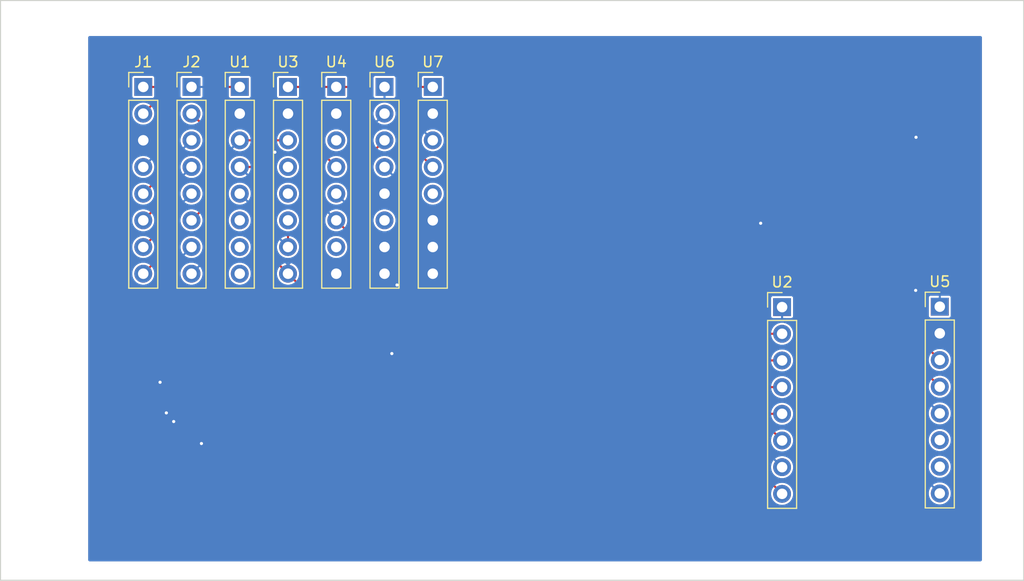
<source format=kicad_pcb>
(kicad_pcb (version 20241229) (generator "pcbnew") (generator_version "9.0")
  (layers (0 "F.Cu" signal) (2 "B.Cu" signal) (13 "F.Paste" user) (15 "B.Paste" user) (5 "F.SilkS" user "F.Silkscreen") (7 "B.SilkS" user "B.Silkscreen") (1 "F.Mask" user) (3 "B.Mask" user) (25 "Edge.Cuts" user))
  (net 0 "")
  (net 1 "+5V_SYS")
  (net 2 "+3V3_IO")
  (net 3 "GND")
  (net 4 "GPS_RX")
  (net 5 "I2C_SCL")
  (net 6 "I2C_SDA")
  (net 7 "SPI_SCK")
  (net 8 "SPI_MOSI")
  (net 9 "SPI_MISO")
  (net 10 "GPS_TX")
  (net 11 "FZ_GPIO1")
  (net 12 "FZ_GPIO2")
  (net 13 "FZ_GPIO3")
  (net 14 "FZ_GPIO4")
  (net 15 "FZ_GPIO5")
  (net 16 "EN")
  (net 17 "NRF24_IRQ")
  (net 18 "KBD_RST")
  (net 19 "KBD_INT")
  (net 20 "+3V3_RF")
  (net 21 "LORA_BUSY")
  (net 22 "LORA_DIO1")
  (net 23 "LORA_CS")
  (net 24 "CC1101_CS")
  (net 25 "CC1101_GDO0")
  (net 26 "NRF24_CS")
  (net 27 "NRF24_CE")
  (net 28 "+3V3_KBD")
  (net 29 "GPS_PPS")
  (footprint "Connector_PinHeader_2.54mm:PinHeader_1x08_P2.54mm_Vertical" (layer "F.Cu") (at 111 90.8)
    (property "Reference" "U2" (at 0 -2.38 0) (layer "F.SilkS"))
    (property "Value" "DRV2605LDGS")
    (fp_line (start -1.38 -1.38) (end 0 -1.38) (stroke (width 0.12)) (layer "F.SilkS"))
    (fp_line (start -1.38 0) (end -1.38 -1.38) (stroke (width 0.12)) (layer "F.SilkS"))
    (fp_line (start -1.38 1.27) (end -1.38 19.16) (stroke (width 0.12)) (layer "F.SilkS"))
    (fp_line (start -1.38 1.27) (end 1.38 1.27) (stroke (width 0.12)) (layer "F.SilkS"))
    (fp_line (start -1.38 19.16) (end 1.38 19.16) (stroke (width 0.12)) (layer "F.SilkS"))
    (fp_line (start 1.38 1.27) (end 1.38 19.16) (stroke (width 0.12)) (layer "F.SilkS"))
    (pad "1" thru_hole rect (at 0 0) (size 1.7 1.7) (drill 1) (layers "*.Cu" "*.Mask") (net 17 "NRF24_IRQ"))
    (pad "2" thru_hole circle (at 0 2.54) (size 1.7 1.7) (drill 1) (layers "*.Cu" "*.Mask") (net 18 "KBD_RST"))
    (pad "3" thru_hole circle (at 0 5.08) (size 1.7 1.7) (drill 1) (layers "*.Cu" "*.Mask") (net 19 "KBD_INT"))
    (pad "4" thru_hole circle (at 0 7.62) (size 1.7 1.7) (drill 1) (layers "*.Cu" "*.Mask") (net 11 "FZ_GPIO1"))
    (pad "5" thru_hole circle (at 0 10.16) (size 1.7 1.7) (drill 1) (layers "*.Cu" "*.Mask") (net 12 "FZ_GPIO2"))
    (pad "6" thru_hole circle (at 0 12.7) (size 1.7 1.7) (drill 1) (layers "*.Cu" "*.Mask") (net 13 "FZ_GPIO3"))
    (pad "7" thru_hole circle (at 0 15.24) (size 1.7 1.7) (drill 1) (layers "*.Cu" "*.Mask") (net 14 "FZ_GPIO4"))
    (pad "8" thru_hole circle (at 0 17.78) (size 1.7 1.7) (drill 1) (layers "*.Cu" "*.Mask") (net 15 "FZ_GPIO5"))
  )
  (footprint "Connector_PinHeader_2.54mm:PinHeader_1x08_P2.54mm_Vertical" (layer "F.Cu") (at 59.41 69.84)
    (property "Reference" "U1" (at 0 -2.38 0) (layer "F.SilkS"))
    (property "Value" "Conn_01x05")
    (fp_line (start -1.38 -1.38) (end 0 -1.38) (stroke (width 0.12)) (layer "F.SilkS"))
    (fp_line (start -1.38 0) (end -1.38 -1.38) (stroke (width 0.12)) (layer "F.SilkS"))
    (fp_line (start -1.38 1.27) (end -1.38 19.16) (stroke (width 0.12)) (layer "F.SilkS"))
    (fp_line (start -1.38 1.27) (end 1.38 1.27) (stroke (width 0.12)) (layer "F.SilkS"))
    (fp_line (start -1.38 19.16) (end 1.38 19.16) (stroke (width 0.12)) (layer "F.SilkS"))
    (fp_line (start 1.38 1.27) (end 1.38 19.16) (stroke (width 0.12)) (layer "F.SilkS"))
    (pad "1" thru_hole rect (at 0 0) (size 1.7 1.7) (drill 1) (layers "*.Cu" "*.Mask") (net 1 "+5V_SYS"))
    (pad "2" thru_hole circle (at 0 2.54) (size 1.7 1.7) (drill 1) (layers "*.Cu" "*.Mask") (net 3 "GND"))
    (pad "3" thru_hole circle (at 0 5.08) (size 1.7 1.7) (drill 1) (layers "*.Cu" "*.Mask") (net 16 "EN"))
    (pad "4" thru_hole circle (at 0 7.62) (size 1.7 1.7) (drill 1) (layers "*.Cu" "*.Mask") (net 7 "SPI_SCK"))
    (pad "5" thru_hole circle (at 0 10.16) (size 1.7 1.7) (drill 1) (layers "*.Cu" "*.Mask") (net 8 "SPI_MOSI"))
    (pad "6" thru_hole circle (at 0 12.7) (size 1.7 1.7) (drill 1) (layers "*.Cu" "*.Mask"))
    (pad "7" thru_hole circle (at 0 15.24) (size 1.7 1.7) (drill 1) (layers "*.Cu" "*.Mask"))
    (pad "8" thru_hole circle (at 0 17.78) (size 1.7 1.7) (drill 1) (layers "*.Cu" "*.Mask"))
  )
  (footprint "Connector_PinHeader_2.54mm:PinHeader_1x08_P2.54mm_Vertical" (layer "F.Cu") (at 77.77 69.84)
    (property "Reference" "U7" (at 0 -2.38 0) (layer "F.SilkS"))
    (property "Value" "Conn_01x08_Shielded")
    (fp_line (start -1.38 -1.38) (end 0 -1.38) (stroke (width 0.12)) (layer "F.SilkS"))
    (fp_line (start -1.38 0) (end -1.38 -1.38) (stroke (width 0.12)) (layer "F.SilkS"))
    (fp_line (start -1.38 1.27) (end -1.38 19.16) (stroke (width 0.12)) (layer "F.SilkS"))
    (fp_line (start -1.38 1.27) (end 1.38 1.27) (stroke (width 0.12)) (layer "F.SilkS"))
    (fp_line (start -1.38 19.16) (end 1.38 19.16) (stroke (width 0.12)) (layer "F.SilkS"))
    (fp_line (start 1.38 1.27) (end 1.38 19.16) (stroke (width 0.12)) (layer "F.SilkS"))
    (pad "1" thru_hole rect (at 0 0) (size 1.7 1.7) (drill 1) (layers "*.Cu" "*.Mask") (net 2 "+3V3_IO"))
    (pad "2" thru_hole circle (at 0 2.54) (size 1.7 1.7) (drill 1) (layers "*.Cu" "*.Mask") (net 3 "GND"))
    (pad "3" thru_hole circle (at 0 5.08) (size 1.7 1.7) (drill 1) (layers "*.Cu" "*.Mask") (net 4 "GPS_RX"))
    (pad "4" thru_hole circle (at 0 7.62) (size 1.7 1.7) (drill 1) (layers "*.Cu" "*.Mask") (net 10 "GPS_TX"))
    (pad "5" thru_hole circle (at 0 10.16) (size 1.7 1.7) (drill 1) (layers "*.Cu" "*.Mask") (net 29 "GPS_PPS"))
    (pad "6" thru_hole circle (at 0 12.7) (size 1.7 1.7) (drill 1) (layers "*.Cu" "*.Mask") (net 3 "GND"))
    (pad "7" thru_hole circle (at 0 15.24) (size 1.7 1.7) (drill 1) (layers "*.Cu" "*.Mask") (net 3 "GND"))
    (pad "8" thru_hole circle (at 0 17.78) (size 1.7 1.7) (drill 1) (layers "*.Cu" "*.Mask") (net 3 "GND"))
  )
  (footprint "Connector_PinHeader_2.54mm:PinHeader_1x08_P2.54mm_Vertical" (layer "F.Cu") (at 64 69.84)
    (property "Reference" "U3" (at 0 -2.38 0) (layer "F.SilkS"))
    (property "Value" "PAL24")
    (fp_line (start -1.38 -1.38) (end 0 -1.38) (stroke (width 0.12)) (layer "F.SilkS"))
    (fp_line (start -1.38 0) (end -1.38 -1.38) (stroke (width 0.12)) (layer "F.SilkS"))
    (fp_line (start -1.38 1.27) (end -1.38 19.16) (stroke (width 0.12)) (layer "F.SilkS"))
    (fp_line (start -1.38 1.27) (end 1.38 1.27) (stroke (width 0.12)) (layer "F.SilkS"))
    (fp_line (start -1.38 19.16) (end 1.38 19.16) (stroke (width 0.12)) (layer "F.SilkS"))
    (fp_line (start 1.38 1.27) (end 1.38 19.16) (stroke (width 0.12)) (layer "F.SilkS"))
    (pad "1" thru_hole rect (at 0 0) (size 1.7 1.7) (drill 1) (layers "*.Cu" "*.Mask") (net 20 "+3V3_RF"))
    (pad "2" thru_hole circle (at 0 2.54) (size 1.7 1.7) (drill 1) (layers "*.Cu" "*.Mask") (net 3 "GND"))
    (pad "3" thru_hole circle (at 0 5.08) (size 1.7 1.7) (drill 1) (layers "*.Cu" "*.Mask") (net 16 "EN"))
    (pad "4" thru_hole circle (at 0 7.62) (size 1.7 1.7) (drill 1) (layers "*.Cu" "*.Mask") (net 21 "LORA_BUSY"))
    (pad "5" thru_hole circle (at 0 10.16) (size 1.7 1.7) (drill 1) (layers "*.Cu" "*.Mask") (net 22 "LORA_DIO1"))
    (pad "6" thru_hole circle (at 0 12.7) (size 1.7 1.7) (drill 1) (layers "*.Cu" "*.Mask") (net 23 "LORA_CS"))
    (pad "7" thru_hole circle (at 0 15.24) (size 1.7 1.7) (drill 1) (layers "*.Cu" "*.Mask") (net 7 "SPI_SCK"))
    (pad "8" thru_hole circle (at 0 17.78) (size 1.7 1.7) (drill 1) (layers "*.Cu" "*.Mask") (net 8 "SPI_MOSI"))
  )
  (footprint "Connector_PinHeader_2.54mm:PinHeader_1x08_P2.54mm_Vertical" (layer "F.Cu") (at 73.18 69.84)
    (property "Reference" "U6" (at 0 -2.38 0) (layer "F.SilkS"))
    (property "Value" "Conn_02x04_Odd_Even_Shielded")
    (fp_line (start -1.38 -1.38) (end 0 -1.38) (stroke (width 0.12)) (layer "F.SilkS"))
    (fp_line (start -1.38 0) (end -1.38 -1.38) (stroke (width 0.12)) (layer "F.SilkS"))
    (fp_line (start -1.38 1.27) (end -1.38 19.16) (stroke (width 0.12)) (layer "F.SilkS"))
    (fp_line (start -1.38 1.27) (end 1.38 1.27) (stroke (width 0.12)) (layer "F.SilkS"))
    (fp_line (start -1.38 19.16) (end 1.38 19.16) (stroke (width 0.12)) (layer "F.SilkS"))
    (fp_line (start 1.38 1.27) (end 1.38 19.16) (stroke (width 0.12)) (layer "F.SilkS"))
    (pad "1" thru_hole rect (at 0 0) (size 1.7 1.7) (drill 1) (layers "*.Cu" "*.Mask") (net 19 "KBD_INT"))
    (pad "2" thru_hole circle (at 0 2.54) (size 1.7 1.7) (drill 1) (layers "*.Cu" "*.Mask") (net 5 "I2C_SCL"))
    (pad "3" thru_hole circle (at 0 5.08) (size 1.7 1.7) (drill 1) (layers "*.Cu" "*.Mask") (net 6 "I2C_SDA"))
    (pad "4" thru_hole circle (at 0 7.62) (size 1.7 1.7) (drill 1) (layers "*.Cu" "*.Mask") (net 18 "KBD_RST"))
    (pad "5" thru_hole circle (at 0 10.16) (size 1.7 1.7) (drill 1) (layers "*.Cu" "*.Mask") (net 3 "GND"))
    (pad "6" thru_hole circle (at 0 12.7) (size 1.7 1.7) (drill 1) (layers "*.Cu" "*.Mask") (net 28 "+3V3_KBD"))
    (pad "7" thru_hole circle (at 0 15.24) (size 1.7 1.7) (drill 1) (layers "*.Cu" "*.Mask") (net 3 "GND"))
    (pad "8" thru_hole circle (at 0 17.78) (size 1.7 1.7) (drill 1) (layers "*.Cu" "*.Mask") (net 3 "GND"))
  )
  (footprint "Connector_PinHeader_2.54mm:PinHeader_1x08_P2.54mm_Vertical" (layer "F.Cu") (at 50.23 69.84)
    (property "Reference" "J1" (at 0 -2.38 0) (layer "F.SilkS"))
    (property "Value" "Conn_02x09_Odd_Even")
    (fp_line (start -1.38 -1.38) (end 0 -1.38) (stroke (width 0.12)) (layer "F.SilkS"))
    (fp_line (start -1.38 0) (end -1.38 -1.38) (stroke (width 0.12)) (layer "F.SilkS"))
    (fp_line (start -1.38 1.27) (end -1.38 19.16) (stroke (width 0.12)) (layer "F.SilkS"))
    (fp_line (start -1.38 1.27) (end 1.38 1.27) (stroke (width 0.12)) (layer "F.SilkS"))
    (fp_line (start -1.38 19.16) (end 1.38 19.16) (stroke (width 0.12)) (layer "F.SilkS"))
    (fp_line (start 1.38 1.27) (end 1.38 19.16) (stroke (width 0.12)) (layer "F.SilkS"))
    (pad "1" thru_hole rect (at 0 0) (size 1.7 1.7) (drill 1) (layers "*.Cu" "*.Mask") (net 1 "+5V_SYS"))
    (pad "2" thru_hole circle (at 0 2.54) (size 1.7 1.7) (drill 1) (layers "*.Cu" "*.Mask") (net 2 "+3V3_IO"))
    (pad "3" thru_hole circle (at 0 5.08) (size 1.7 1.7) (drill 1) (layers "*.Cu" "*.Mask") (net 3 "GND"))
    (pad "4" thru_hole circle (at 0 7.62) (size 1.7 1.7) (drill 1) (layers "*.Cu" "*.Mask") (net 4 "GPS_RX"))
    (pad "5" thru_hole circle (at 0 10.16) (size 1.7 1.7) (drill 1) (layers "*.Cu" "*.Mask") (net 5 "I2C_SCL"))
    (pad "6" thru_hole circle (at 0 12.7) (size 1.7 1.7) (drill 1) (layers "*.Cu" "*.Mask") (net 6 "I2C_SDA"))
    (pad "7" thru_hole circle (at 0 15.24) (size 1.7 1.7) (drill 1) (layers "*.Cu" "*.Mask") (net 7 "SPI_SCK"))
    (pad "8" thru_hole circle (at 0 17.78) (size 1.7 1.7) (drill 1) (layers "*.Cu" "*.Mask") (net 8 "SPI_MOSI"))
  )
  (footprint "Connector_PinHeader_2.54mm:PinHeader_1x08_P2.54mm_Vertical" (layer "F.Cu") (at 54.82 69.84)
    (property "Reference" "J2" (at 0 -2.38 0) (layer "F.SilkS"))
    (property "Value" "Conn_02x18_Odd_Even")
    (fp_line (start -1.38 -1.38) (end 0 -1.38) (stroke (width 0.12)) (layer "F.SilkS"))
    (fp_line (start -1.38 0) (end -1.38 -1.38) (stroke (width 0.12)) (layer "F.SilkS"))
    (fp_line (start -1.38 1.27) (end -1.38 19.16) (stroke (width 0.12)) (layer "F.SilkS"))
    (fp_line (start -1.38 1.27) (end 1.38 1.27) (stroke (width 0.12)) (layer "F.SilkS"))
    (fp_line (start -1.38 19.16) (end 1.38 19.16) (stroke (width 0.12)) (layer "F.SilkS"))
    (fp_line (start 1.38 1.27) (end 1.38 19.16) (stroke (width 0.12)) (layer "F.SilkS"))
    (pad "1" thru_hole rect (at 0 0) (size 1.7 1.7) (drill 1) (layers "*.Cu" "*.Mask") (net 9 "SPI_MISO"))
    (pad "2" thru_hole circle (at 0 2.54) (size 1.7 1.7) (drill 1) (layers "*.Cu" "*.Mask") (net 10 "GPS_TX"))
    (pad "3" thru_hole circle (at 0 5.08) (size 1.7 1.7) (drill 1) (layers "*.Cu" "*.Mask") (net 11 "FZ_GPIO1"))
    (pad "4" thru_hole circle (at 0 7.62) (size 1.7 1.7) (drill 1) (layers "*.Cu" "*.Mask") (net 12 "FZ_GPIO2"))
    (pad "5" thru_hole circle (at 0 10.16) (size 1.7 1.7) (drill 1) (layers "*.Cu" "*.Mask") (net 13 "FZ_GPIO3"))
    (pad "6" thru_hole circle (at 0 12.7) (size 1.7 1.7) (drill 1) (layers "*.Cu" "*.Mask") (net 14 "FZ_GPIO4"))
    (pad "7" thru_hole circle (at 0 15.24) (size 1.7 1.7) (drill 1) (layers "*.Cu" "*.Mask") (net 15 "FZ_GPIO5"))
    (pad "8" thru_hole circle (at 0 17.78) (size 1.7 1.7) (drill 1) (layers "*.Cu" "*.Mask") (net 16 "EN"))
  )
  (footprint "Connector_PinHeader_2.54mm:PinHeader_1x08_P2.54mm_Vertical" (layer "F.Cu") (at 68.59 69.84)
    (property "Reference" "U4" (at 0 -2.38 0) (layer "F.SilkS"))
    (property "Value" "Q_Triac")
    (fp_line (start -1.38 -1.38) (end 0 -1.38) (stroke (width 0.12)) (layer "F.SilkS"))
    (fp_line (start -1.38 0) (end -1.38 -1.38) (stroke (width 0.12)) (layer "F.SilkS"))
    (fp_line (start -1.38 1.27) (end -1.38 19.16) (stroke (width 0.12)) (layer "F.SilkS"))
    (fp_line (start -1.38 1.27) (end 1.38 1.27) (stroke (width 0.12)) (layer "F.SilkS"))
    (fp_line (start -1.38 19.16) (end 1.38 19.16) (stroke (width 0.12)) (layer "F.SilkS"))
    (fp_line (start 1.38 1.27) (end 1.38 19.16) (stroke (width 0.12)) (layer "F.SilkS"))
    (pad "1" thru_hole rect (at 0 0) (size 1.7 1.7) (drill 1) (layers "*.Cu" "*.Mask") (net 20 "+3V3_RF"))
    (pad "2" thru_hole circle (at 0 2.54) (size 1.7 1.7) (drill 1) (layers "*.Cu" "*.Mask") (net 3 "GND"))
    (pad "3" thru_hole circle (at 0 5.08) (size 1.7 1.7) (drill 1) (layers "*.Cu" "*.Mask") (net 24 "CC1101_CS"))
    (pad "4" thru_hole circle (at 0 7.62) (size 1.7 1.7) (drill 1) (layers "*.Cu" "*.Mask") (net 7 "SPI_SCK"))
    (pad "5" thru_hole circle (at 0 10.16) (size 1.7 1.7) (drill 1) (layers "*.Cu" "*.Mask") (net 8 "SPI_MOSI"))
    (pad "6" thru_hole circle (at 0 12.7) (size 1.7 1.7) (drill 1) (layers "*.Cu" "*.Mask") (net 9 "SPI_MISO"))
    (pad "7" thru_hole circle (at 0 15.24) (size 1.7 1.7) (drill 1) (layers "*.Cu" "*.Mask") (net 25 "CC1101_GDO0"))
    (pad "8" thru_hole circle (at 0 17.78) (size 1.7 1.7) (drill 1) (layers "*.Cu" "*.Mask") (net 3 "GND"))
  )
  (footprint "Connector_PinHeader_2.54mm:PinHeader_1x08_P2.54mm_Vertical" (layer "F.Cu") (at 126 90.76)
    (property "Reference" "U5" (at 0 -2.38 0) (layer "F.SilkS"))
    (property "Value" "SX1276")
    (fp_line (start -1.38 -1.38) (end 0 -1.38) (stroke (width 0.12)) (layer "F.SilkS"))
    (fp_line (start -1.38 0) (end -1.38 -1.38) (stroke (width 0.12)) (layer "F.SilkS"))
    (fp_line (start -1.38 1.27) (end -1.38 19.16) (stroke (width 0.12)) (layer "F.SilkS"))
    (fp_line (start -1.38 1.27) (end 1.38 1.27) (stroke (width 0.12)) (layer "F.SilkS"))
    (fp_line (start -1.38 19.16) (end 1.38 19.16) (stroke (width 0.12)) (layer "F.SilkS"))
    (fp_line (start 1.38 1.27) (end 1.38 19.16) (stroke (width 0.12)) (layer "F.SilkS"))
    (pad "1" thru_hole rect (at 0 0) (size 1.7 1.7) (drill 1) (layers "*.Cu" "*.Mask") (net 20 "+3V3_RF"))
    (pad "2" thru_hole circle (at 0 2.54) (size 1.7 1.7) (drill 1) (layers "*.Cu" "*.Mask") (net 3 "GND"))
    (pad "3" thru_hole circle (at 0 5.08) (size 1.7 1.7) (drill 1) (layers "*.Cu" "*.Mask") (net 7 "SPI_SCK"))
    (pad "4" thru_hole circle (at 0 7.62) (size 1.7 1.7) (drill 1) (layers "*.Cu" "*.Mask") (net 8 "SPI_MOSI"))
    (pad "5" thru_hole circle (at 0 10.16) (size 1.7 1.7) (drill 1) (layers "*.Cu" "*.Mask") (net 9 "SPI_MISO"))
    (pad "6" thru_hole circle (at 0 12.7) (size 1.7 1.7) (drill 1) (layers "*.Cu" "*.Mask") (net 26 "NRF24_CS"))
    (pad "7" thru_hole circle (at 0 15.24) (size 1.7 1.7) (drill 1) (layers "*.Cu" "*.Mask") (net 27 "NRF24_CE"))
    (pad "8" thru_hole circle (at 0 17.78) (size 1.7 1.7) (drill 1) (layers "*.Cu" "*.Mask") (net 17 "NRF24_IRQ"))
  )
  (gr_line (start 133.982143 116.80825) (end 36.652618 116.80825) (stroke (width 0.1)) (layer "Edge.Cuts"))
  (gr_line (start 36.652618 116.80825) (end 36.652618 61.61175) (stroke (width 0.1)) (layer "Edge.Cuts"))
  (gr_line (start 133.982143 61.61175) (end 133.982143 116.80825) (stroke (width 0.1)) (layer "Edge.Cuts"))
  (gr_line (start 36.652618 61.61175) (end 133.982143 61.61175) (stroke (width 0.1)) (layer "Edge.Cuts"))
  (segment (start 58.2583 69.84) (end 57.1066 68.6883) (width 0.2) (layer "F.Cu") (net 1))
  (segment (start 52.5334 68.6883) (end 51.3817 69.84) (width 0.2) (layer "F.Cu") (net 1))
  (segment (start 59.41 69.84) (end 58.2583 69.84) (width 0.2) (layer "F.Cu") (net 1))
  (segment (start 57.1066 68.6883) (end 52.5334 68.6883) (width 0.2) (layer "F.Cu") (net 1))
  (segment (start 50.23 69.84) (end 51.3817 69.84) (width 0.2) (layer "F.Cu") (net 1))
  (segment (start 76.6183 69.84) (end 75.4666 70.9917) (width 0.2) (layer "F.Cu") (net 2))
  (segment (start 51.6183 70.9917) (end 50.23 72.38) (width 0.2) (layer "F.Cu") (net 2))
  (segment (start 77.77 69.84) (end 76.6183 69.84) (width 0.2) (layer "F.Cu") (net 2))
  (segment (start 75.4666 70.9917) (end 51.6183 70.9917) (width 0.2) (layer "F.Cu") (net 2))
  (segment (start 51.4283 76.2617) (end 50.23 77.46) (width 0.2) (layer "B.Cu") (net 4))
  (segment (start 75.475 70.0041) (end 74.1592 68.6883) (width 0.2) (layer "B.Cu") (net 4))
  (segment (start 77.77 74.92) (end 75.475 72.625) (width 0.2) (layer "B.Cu") (net 4))
  (segment (start 51.4283 71.0316) (end 51.4283 76.2617) (width 0.2) (layer "B.Cu") (net 4))
  (segment (start 74.1592 68.6883) (end 53.7716 68.6883) (width 0.2) (layer "B.Cu") (net 4))
  (segment (start 53.7716 68.6883) (end 51.4283 71.0316) (width 0.2) (layer "B.Cu") (net 4))
  (segment (start 75.475 72.625) (end 75.475 70.0041) (width 0.2) (layer "B.Cu") (net 4))
  (segment (start 62.5962 76.2052) (end 54.0248 76.2052) (width 0.2) (layer "F.Cu") (net 5))
  (segment (start 62.7483 76.0531) (end 62.5962 76.2052) (width 0.2) (layer "F.Cu") (net 5))
  (segment (start 54.0248 76.2052) (end 50.23 80) (width 0.2) (layer "F.Cu") (net 5))
  (via (at 62.7483 76.0531) (size 0.6) (drill 0.3) (layers "F.Cu" "B.Cu") (net 5))
  (segment (start 69.4883 76.0717) (end 62.7669 76.0717) (width 0.2) (layer "B.Cu") (net 5))
  (segment (start 62.7669 76.0717) (end 62.7483 76.0531) (width 0.2) (layer "B.Cu") (net 5))
  (segment (start 73.18 72.38) (end 69.4883 76.0717) (width 0.2) (layer "B.Cu") (net 5))
  (segment (start 50.23 82.54) (end 54.1582 78.6118) (width 0.2) (layer "F.Cu") (net 6))
  (segment (start 69.4882 78.6118) (end 73.18 74.92) (width 0.2) (layer "F.Cu") (net 6))
  (segment (start 54.1582 78.6118) (end 69.4882 78.6118) (width 0.2) (layer "F.Cu") (net 6))
  (segment (start 62.1923 77.46) (end 63.3828 76.2695) (width 0.2) (layer "F.Cu") (net 7))
  (segment (start 67.3995 76.2695) (end 68.59 77.46) (width 0.2) (layer "F.Cu") (net 7))
  (segment (start 63.3828 76.2695) (end 67.3995 76.2695) (width 0.2) (layer "F.Cu") (net 7))
  (segment (start 51.4206 83.8894) (end 64 83.8894) (width 0.2) (layer "F.Cu") (net 7))
  (segment (start 69.0971 83.8894) (end 64 83.8894) (width 0.2) (layer "F.Cu") (net 7))
  (segment (start 126 95.84) (end 116.51 86.35) (width 0.2) (layer "F.Cu") (net 7))
  (segment (start 50.23 85.08) (end 51.4206 83.8894) (width 0.2) (layer "F.Cu") (net 7))
  (segment (start 64 85.08) (end 64 83.8894) (width 0.2) (layer "F.Cu") (net 7))
  (segment (start 59.41 77.46) (end 62.1923 77.46) (width 0.2) (layer "F.Cu") (net 7))
  (segment (start 116.51 86.35) (end 71.5577 86.35) (width 0.2) (layer "F.Cu") (net 7))
  (segment (start 71.5577 86.35) (end 69.0971 83.8894) (width 0.2) (layer "F.Cu") (net 7))
  (segment (start 62.6102 83.6902) (end 64 85.08) (width 0.2) (layer "B.Cu") (net 7))
  (segment (start 59.41 77.46) (end 62.6102 80.6602) (width 0.2) (layer "B.Cu") (net 7))
  (segment (start 62.6102 80.6602) (end 62.6102 83.6902) (width 0.2) (layer "B.Cu") (net 7))
  (segment (start 126 98.38) (end 122.23 94.61) (width 0.2) (layer "F.Cu") (net 8))
  (segment (start 70.99 94.61) (end 64 87.62) (width 0.2) (layer "F.Cu") (net 8))
  (segment (start 122.23 94.61) (end 70.99 94.61) (width 0.2) (layer "F.Cu") (net 8))
  (segment (start 62.8094 86.4294) (end 64 87.62) (width 0.2) (layer "F.Cu") (net 8))
  (segment (start 50.23 87.62) (end 51.4206 86.4294) (width 0.2) (layer "F.Cu") (net 8))
  (segment (start 51.4206 86.4294) (end 62.8094 86.4294) (width 0.2) (layer "F.Cu") (net 8))
  (segment (start 59.41 80) (end 61.705 82.295) (width 0.2) (layer "B.Cu") (net 8))
  (segment (start 61.705 82.295) (end 61.705 84.4528) (width 0.2) (layer "B.Cu") (net 8))
  (segment (start 68.9667 83.81) (end 69.7898 82.9869) (width 0.2) (layer "B.Cu") (net 8))
  (segment (start 64.0061 86.7539) (end 64 86.76) (width 0.2) (layer "B.Cu") (net 8))
  (segment (start 64.0061 86.7539) (end 66.95 83.81) (width 0.2) (layer "B.Cu") (net 8))
  (segment (start 69.7898 82.9869) (end 69.7898 81.1998) (width 0.2) (layer "B.Cu") (net 8))
  (segment (start 69.7898 81.1998) (end 68.59 80) (width 0.2) (layer "B.Cu") (net 8))
  (segment (start 64 86.76) (end 64 87.62) (width 0.2) (layer "B.Cu") (net 8))
  (segment (start 61.705 84.4528) (end 64.0061 86.7539) (width 0.2) (layer "B.Cu") (net 8))
  (segment (start 66.95 83.81) (end 68.9667 83.81) (width 0.2) (layer "B.Cu") (net 8))
  (segment (start 123.7061 89.2098) (end 118.3063 83.81) (width 0.2) (layer "F.Cu") (net 9))
  (segment (start 118.3063 83.81) (end 69.86 83.81) (width 0.2) (layer "F.Cu") (net 9))
  (segment (start 69.86 83.81) (end 68.59 82.54) (width 0.2) (layer "F.Cu") (net 9))
  (via (at 123.7061 89.2098) (size 0.6) (drill 0.3) (layers "F.Cu" "B.Cu") (net 9))
  (segment (start 55.9717 70.6318) (end 58.9899 73.65) (width 0.2) (layer "B.Cu") (net 9))
  (segment (start 62.1466 75.9602) (end 62.1466 77.2421) (width 0.2) (layer "B.Cu") (net 9))
  (segment (start 63.6345 78.73) (end 64.78 78.73) (width 0.2) (layer "B.Cu") (net 9))
  (segment (start 62.1466 77.2421) (end 63.6345 78.73) (width 0.2) (layer "B.Cu") (net 9))
  (segment (start 55.9717 69.84) (end 55.9717 70.6318) (width 0.2) (layer "B.Cu") (net 9))
  (segment (start 64.78 78.73) (end 68.59 82.54) (width 0.2) (layer "B.Cu") (net 9))
  (segment (start 54.82 69.84) (end 55.9717 69.84) (width 0.2) (layer "B.Cu") (net 9))
  (segment (start 123.7061 98.6261) (end 123.7061 89.2098) (width 0.2) (layer "B.Cu") (net 9))
  (segment (start 126 100.92) (end 123.7061 98.6261) (width 0.2) (layer "B.Cu") (net 9))
  (segment (start 59.8364 73.65) (end 62.1466 75.9602) (width 0.2) (layer "B.Cu") (net 9))
  (segment (start 58.9899 73.65) (end 59.8364 73.65) (width 0.2) (layer "B.Cu") (net 9))
  (segment (start 77.77 77.46) (end 73.8605 73.5505) (width 0.2) (layer "F.Cu") (net 10))
  (segment (start 73.8605 73.5505) (end 55.9905 73.5505) (width 0.2) (layer "F.Cu") (net 10))
  (segment (start 55.9905 73.5505) (end 54.82 72.38) (width 0.2) (layer "F.Cu") (net 10))
  (segment (start 111 98.42) (end 52.2919 98.42) (width 0.2) (layer "F.Cu") (net 11))
  (segment (start 52.2919 98.42) (end 51.8285 97.9566) (width 0.2) (layer "F.Cu") (net 11))
  (via (at 51.8285 97.9566) (size 0.6) (drill 0.3) (layers "F.Cu" "B.Cu") (net 11))
  (segment (start 51.8285 77.9115) (end 54.82 74.92) (width 0.2) (layer "B.Cu") (net 11))
  (segment (start 51.8285 97.9566) (end 51.8285 77.9115) (width 0.2) (layer "B.Cu") (net 11))
  (segment (start 52.5131 100.9585) (end 52.4268 100.8722) (width 0.2) (layer "F.Cu") (net 12))
  (segment (start 55.1278 100.96) (end 54.9615 100.7937) (width 0.2) (layer "F.Cu") (net 12))
  (segment (start 111 100.96) (end 55.1278 100.96) (width 0.2) (layer "F.Cu") (net 12))
  (segment (start 54.7967 100.9585) (end 52.5131 100.9585) (width 0.2) (layer "F.Cu") (net 12))
  (segment (start 54.9615 100.7937) (end 54.7967 100.9585) (width 0.2) (layer "F.Cu") (net 12))
  (segment (start 54.9615 100.7937) (end 54.7967 100.9585) (width 0.2) (layer "F.Cu") (net 12))
  (via (at 52.4268 100.8722) (size 0.6) (drill 0.3) (layers "F.Cu" "B.Cu") (net 12))
  (segment (start 54.82 77.46) (end 52.4302 79.8498) (width 0.2) (layer "B.Cu") (net 12))
  (segment (start 52.4302 100.8688) (end 52.4268 100.8722) (width 0.2) (layer "B.Cu") (net 12))
  (segment (start 52.4302 79.8498) (end 52.4302 100.8688) (width 0.2) (layer "B.Cu") (net 12))
  (segment (start 111 103.5) (end 109.195 101.695) (width 0.2) (layer "F.Cu") (net 13))
  (segment (start 109.195 101.695) (end 53.1251 101.695) (width 0.2) (layer "F.Cu") (net 13))
  (via (at 53.1251 101.695) (size 0.6) (drill 0.3) (layers "F.Cu" "B.Cu") (net 13))
  (segment (start 53.1251 101.695) (end 53.1251 81.6949) (width 0.2) (layer "B.Cu") (net 13))
  (segment (start 53.1251 81.6949) (end 54.82 80) (width 0.2) (layer "B.Cu") (net 13))
  (segment (start 56.0106 81.3494) (end 54.82 82.54) (width 0.2) (layer "F.Cu") (net 14))
  (segment (start 108.9624 82.8154) (end 107.4964 81.3494) (width 0.2) (layer "F.Cu") (net 14))
  (segment (start 107.4964 81.3494) (end 56.0106 81.3494) (width 0.2) (layer "F.Cu") (net 14))
  (via (at 108.9624 82.8154) (size 0.6) (drill 0.3) (layers "F.Cu" "B.Cu") (net 14))
  (segment (start 111 106.04) (end 108.9624 104.0024) (width 0.2) (layer "B.Cu") (net 14))
  (segment (start 108.9624 104.0024) (end 108.9624 82.8154) (width 0.2) (layer "B.Cu") (net 14))
  (segment (start 55.7634 103.7878) (end 106.2078 103.7878) (width 0.2) (layer "F.Cu") (net 15))
  (segment (start 106.2078 103.7878) (end 111 108.58) (width 0.2) (layer "F.Cu") (net 15))
  (via (at 55.7634 103.7878) (size 0.6) (drill 0.3) (layers "F.Cu" "B.Cu") (net 15))
  (segment (start 53.6248 86.2752) (end 54.82 85.08) (width 0.2) (layer "B.Cu") (net 15))
  (segment (start 53.6248 101.0759) (end 53.6248 86.2752) (width 0.2) (layer "B.Cu") (net 15))
  (segment (start 55.7634 103.7878) (end 55.7634 103.2145) (width 0.2) (layer "B.Cu") (net 15))
  (segment (start 55.7634 103.2145) (end 53.6248 101.0759) (width 0.2) (layer "B.Cu") (net 15))
  (segment (start 59.41 74.92) (end 64 74.92) (width 0.2) (layer "F.Cu") (net 16))
  (segment (start 54.82 87.62) (end 58.0202 84.4198) (width 0.2) (layer "B.Cu") (net 16))
  (segment (start 58.0202 84.4198) (end 58.0202 76.3098) (width 0.2) (layer "B.Cu") (net 16))
  (segment (start 58.0202 76.3098) (end 59.41 74.92) (width 0.2) (layer "B.Cu") (net 16))
  (segment (start 111 91.9517) (end 111.288 91.9517) (width 0.2) (layer "B.Cu") (net 17))
  (segment (start 112.1517 92.8154) (end 112.1517 94.6917) (width 0.2) (layer "B.Cu") (net 17))
  (segment (start 111.288 91.9517) (end 112.1517 92.8154) (width 0.2) (layer "B.Cu") (net 17))
  (segment (start 111 90.8) (end 111 91.9517) (width 0.2) (layer "B.Cu") (net 17))
  (segment (start 112.1517 94.6917) (end 126 108.54) (width 0.2) (layer "B.Cu") (net 17))
  (segment (start 79.0124 93.34) (end 111 93.34) (width 0.2) (layer "F.Cu") (net 18))
  (segment (start 74.3688 88.6964) (end 79.0124 93.34) (width 0.2) (layer "F.Cu") (net 18))
  (via (at 74.3688 88.6964) (size 0.6) (drill 0.3) (layers "F.Cu" "B.Cu") (net 18))
  (segment (start 73.18 77.46) (end 74.3688 78.6488) (width 0.2) (layer "B.Cu") (net 18))
  (segment (start 74.3688 78.6488) (end 74.3688 88.6964) (width 0.2) (layer "B.Cu") (net 18))
  (segment (start 74.5322 95.88) (end 111 95.88) (width 0.2) (layer "F.Cu") (net 19))
  (segment (start 73.8765 95.2243) (end 74.5322 95.88) (width 0.2) (layer "F.Cu") (net 19))
  (via (at 73.8765 95.2243) (size 0.6) (drill 0.3) (layers "F.Cu" "B.Cu") (net 19))
  (segment (start 73.4679 70.9917) (end 75.0179 72.5417) (width 0.2) (layer "B.Cu") (net 19))
  (segment (start 75.0179 94.0829) (end 73.8765 95.2243) (width 0.2) (layer "B.Cu") (net 19))
  (segment (start 75.0179 72.5417) (end 75.0179 94.0829) (width 0.2) (layer "B.Cu") (net 19))
  (segment (start 73.18 70.9917) (end 73.4679 70.9917) (width 0.2) (layer "B.Cu") (net 19))
  (segment (start 73.18 69.84) (end 73.18 70.9917) (width 0.2) (layer "B.Cu") (net 19))
  (segment (start 70.8934 68.6883) (end 69.7417 69.84) (width 0.2) (layer "F.Cu") (net 20))
  (segment (start 123.7399 74.6318) (end 117.7964 68.6883) (width 0.2) (layer "F.Cu") (net 20))
  (segment (start 68.59 69.84) (end 69.7417 69.84) (width 0.2) (layer "F.Cu") (net 20))
  (segment (start 64 69.84) (end 68.59 69.84) (width 0.2) (layer "F.Cu") (net 20))
  (segment (start 117.7964 68.6883) (end 70.8934 68.6883) (width 0.2) (layer "F.Cu") (net 20))
  (via (at 123.7399 74.6318) (size 0.6) (drill 0.3) (layers "F.Cu" "B.Cu") (net 20))
  (segment (start 126 90.76) (end 126 76.8919) (width 0.2) (layer "B.Cu") (net 20))
  (segment (start 126 76.8919) (end 123.7399 74.6318) (width 0.2) (layer "B.Cu") (net 20))
  (zone (net 3) (net_name "GND") (layer "B.Cu") (connect_pads yes (clearance 0.2)) (min_thickness 0.25) (fill yes (thermal_gap 0.2) (thermal_bridge_width 0.3))
    (polygon (pts (xy 45 65) (xy 130 65) (xy 130 115) (xy 45 115)))
  )
  (zone (net 3) (net_name "GND") (layer "B.Cu") (connect_pads yes (clearance 0.2)) (min_thickness 0.25) (fill yes (thermal_gap 0.2) (thermal_bridge_width 0.3))
    (polygon (pts (xy 45 65) (xy 130 65) (xy 130 115) (xy 45 115)))
  )
)
</source>
